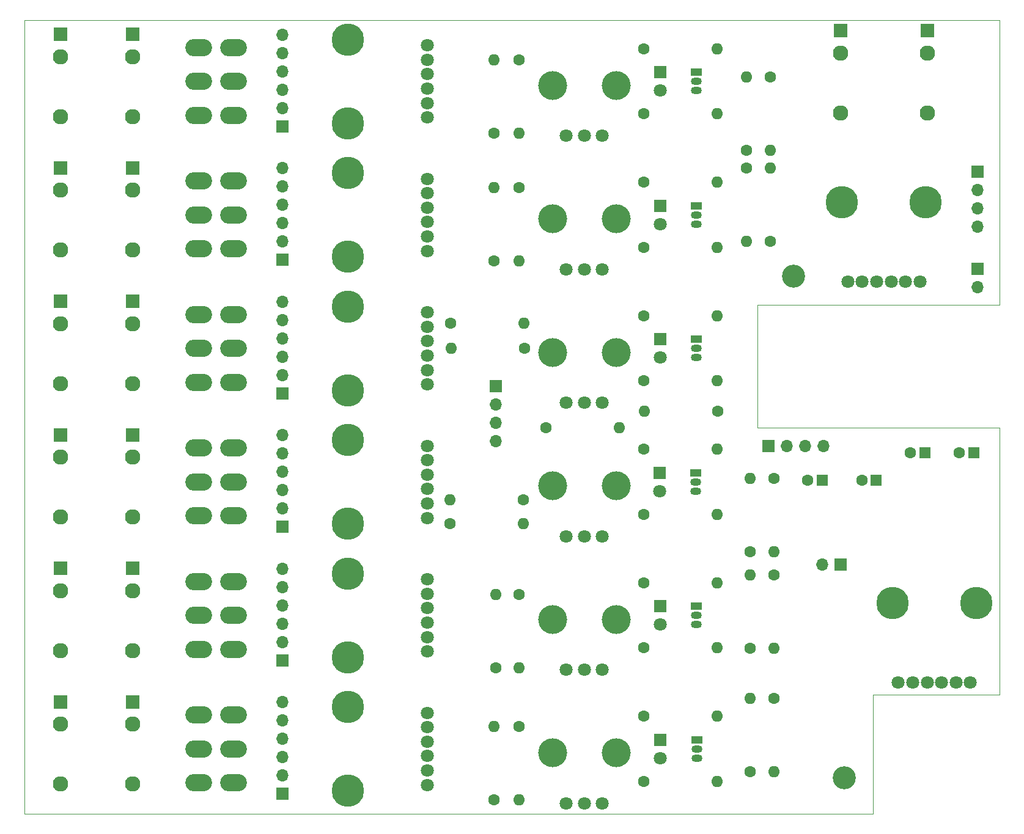
<source format=gts>
G04 #@! TF.GenerationSoftware,KiCad,Pcbnew,(6.0.1)*
G04 #@! TF.CreationDate,2022-09-12T17:23:34+02:00*
G04 #@! TF.ProjectId,Output-mixer,4f757470-7574-42d6-9d69-7865722e6b69,rev?*
G04 #@! TF.SameCoordinates,Original*
G04 #@! TF.FileFunction,Soldermask,Top*
G04 #@! TF.FilePolarity,Negative*
%FSLAX46Y46*%
G04 Gerber Fmt 4.6, Leading zero omitted, Abs format (unit mm)*
G04 Created by KiCad (PCBNEW (6.0.1)) date 2022-09-12 17:23:34*
%MOMM*%
%LPD*%
G01*
G04 APERTURE LIST*
G04 #@! TA.AperFunction,Profile*
%ADD10C,0.050000*%
G04 #@! TD*
G04 #@! TA.AperFunction,Profile*
%ADD11C,0.100000*%
G04 #@! TD*
%ADD12C,1.800000*%
%ADD13C,4.500000*%
%ADD14C,1.600000*%
%ADD15O,1.600000X1.600000*%
%ADD16R,1.930000X1.830000*%
%ADD17C,2.130000*%
%ADD18R,1.600000X1.600000*%
%ADD19O,3.700000X2.400000*%
%ADD20R,1.800000X1.800000*%
%ADD21C,4.000000*%
%ADD22C,3.200000*%
%ADD23R,1.500000X1.050000*%
%ADD24O,1.500000X1.050000*%
%ADD25R,1.700000X1.700000*%
%ADD26O,1.700000X1.700000*%
G04 APERTURE END LIST*
D10*
X152000000Y-31000000D02*
X152000000Y-70500000D01*
X17000000Y-31000000D02*
X17000000Y-141000000D01*
X17000000Y-31000000D02*
X152000000Y-31000000D01*
D11*
X118500000Y-87500000D02*
X118500000Y-70500000D01*
X152000000Y-87500000D02*
X118500000Y-87500000D01*
X152000000Y-87500000D02*
X152000000Y-124500000D01*
X118500000Y-70500000D02*
X152000000Y-70500000D01*
D10*
X17000000Y-141000000D02*
X134500000Y-141000000D01*
D11*
X152000000Y-124500000D02*
X134500000Y-124500000D01*
X134500000Y-124500000D02*
X134500000Y-141000000D01*
D12*
X72775000Y-98000000D03*
X72775000Y-100000000D03*
X72775000Y-90000000D03*
X72775000Y-96000000D03*
X72775000Y-94000000D03*
X72775000Y-92000000D03*
D13*
X61775000Y-100800000D03*
X61775000Y-89200000D03*
D14*
X120250000Y-38920000D03*
D15*
X120250000Y-49080000D03*
D14*
X117000000Y-51500000D03*
D15*
X117000000Y-61660000D03*
D16*
X32000000Y-107000000D03*
D17*
X32000000Y-118400000D03*
X32000000Y-110100000D03*
D18*
X134955113Y-94750000D03*
D14*
X132955113Y-94750000D03*
D19*
X41100000Y-71800000D03*
X41100000Y-76500000D03*
X41100000Y-81200000D03*
X45900000Y-71800000D03*
X45900000Y-76500000D03*
X45900000Y-81200000D03*
D20*
X105000000Y-56725000D03*
D12*
X105000000Y-59265000D03*
D14*
X76010000Y-73000000D03*
D15*
X86170000Y-73000000D03*
D14*
X102750000Y-136500000D03*
D15*
X112910000Y-136500000D03*
D14*
X102780000Y-62500000D03*
D15*
X112940000Y-62500000D03*
D21*
X98900000Y-95550000D03*
X90100000Y-95550000D03*
D12*
X97000000Y-102550000D03*
X94500000Y-102550000D03*
X92000000Y-102550000D03*
X133000000Y-67275000D03*
X131000000Y-67275000D03*
X141000000Y-67275000D03*
X135000000Y-67275000D03*
X137000000Y-67275000D03*
X139000000Y-67275000D03*
D13*
X130200000Y-56275000D03*
X141800000Y-56275000D03*
D18*
X127455112Y-94750000D03*
D14*
X125455112Y-94750000D03*
D21*
X98900000Y-77050000D03*
X90100000Y-77050000D03*
D12*
X97000000Y-84050000D03*
X94500000Y-84050000D03*
X92000000Y-84050000D03*
D14*
X85500000Y-128920000D03*
D15*
X85500000Y-139080000D03*
D22*
X130500000Y-136000000D03*
D14*
X82000000Y-64410000D03*
D15*
X82000000Y-54250000D03*
D16*
X32000000Y-51500000D03*
D17*
X32000000Y-62900000D03*
X32000000Y-54600000D03*
D14*
X102750000Y-127500000D03*
D15*
X112910000Y-127500000D03*
D16*
X22000000Y-107000000D03*
D17*
X22000000Y-118400000D03*
X22000000Y-110100000D03*
D16*
X22000000Y-33000000D03*
D17*
X22000000Y-44400000D03*
X22000000Y-36100000D03*
D19*
X41100000Y-108800000D03*
X41100000Y-113500000D03*
X41100000Y-118200000D03*
X45900000Y-108800000D03*
X45900000Y-113500000D03*
X45900000Y-118200000D03*
D16*
X32000000Y-125500000D03*
D17*
X32000000Y-136900000D03*
X32000000Y-128600000D03*
D14*
X120750000Y-125000000D03*
D15*
X120750000Y-135160000D03*
D23*
X110000000Y-38225000D03*
D24*
X110000000Y-39495000D03*
X110000000Y-40765000D03*
D23*
X109970000Y-93730000D03*
D24*
X109970000Y-95000000D03*
X109970000Y-96270000D03*
D14*
X102780000Y-43995000D03*
D15*
X112940000Y-43995000D03*
D16*
X22000000Y-70000000D03*
D17*
X22000000Y-81400000D03*
X22000000Y-73100000D03*
D14*
X120250000Y-61660000D03*
D15*
X120250000Y-51500000D03*
D20*
X105000000Y-130725000D03*
D12*
X105000000Y-133265000D03*
D14*
X102780000Y-118000000D03*
D15*
X112940000Y-118000000D03*
D19*
X41100000Y-34800000D03*
X41100000Y-39500000D03*
X41100000Y-44200000D03*
X45900000Y-34800000D03*
X45900000Y-39500000D03*
X45900000Y-44200000D03*
D14*
X102780000Y-109000000D03*
D15*
X112940000Y-109000000D03*
D20*
X105000000Y-112225000D03*
D12*
X105000000Y-114765000D03*
D14*
X117000000Y-49080000D03*
D15*
X117000000Y-38920000D03*
D14*
X102780000Y-81000000D03*
D15*
X112940000Y-81000000D03*
D16*
X22000000Y-51500000D03*
D17*
X22000000Y-62900000D03*
X22000000Y-54600000D03*
D18*
X148455113Y-91000000D03*
D14*
X146455113Y-91000000D03*
D16*
X22000000Y-88500000D03*
D17*
X22000000Y-99900000D03*
X22000000Y-91600000D03*
D14*
X102750000Y-53500000D03*
D15*
X112910000Y-53500000D03*
D16*
X142000000Y-32500000D03*
D17*
X142000000Y-43900000D03*
X142000000Y-35600000D03*
D12*
X140000000Y-122775000D03*
X138000000Y-122775000D03*
X148000000Y-122775000D03*
X142000000Y-122775000D03*
X144000000Y-122775000D03*
X146000000Y-122775000D03*
D13*
X137200000Y-111775000D03*
X148800000Y-111775000D03*
D12*
X72775000Y-135000000D03*
X72775000Y-137000000D03*
X72775000Y-127000000D03*
X72775000Y-133000000D03*
X72775000Y-131000000D03*
X72775000Y-129000000D03*
D13*
X61775000Y-137800000D03*
X61775000Y-126200000D03*
D14*
X102780000Y-72000000D03*
D15*
X112940000Y-72000000D03*
D14*
X112970000Y-85250000D03*
D15*
X102810000Y-85250000D03*
D16*
X32000000Y-70000000D03*
D17*
X32000000Y-81400000D03*
X32000000Y-73100000D03*
D14*
X89220000Y-87500000D03*
D15*
X99380000Y-87500000D03*
D12*
X72775000Y-61000000D03*
X72775000Y-63000000D03*
X72775000Y-53000000D03*
X72775000Y-59000000D03*
X72775000Y-57000000D03*
X72775000Y-55000000D03*
D13*
X61775000Y-63800000D03*
X61775000Y-52200000D03*
D16*
X32000000Y-33000000D03*
D17*
X32000000Y-44400000D03*
X32000000Y-36100000D03*
D14*
X120750000Y-94500000D03*
D15*
X120750000Y-104660000D03*
D14*
X85500000Y-110590000D03*
D15*
X85500000Y-120750000D03*
D21*
X98900000Y-114050000D03*
X90100000Y-114050000D03*
D12*
X97000000Y-121050000D03*
X94500000Y-121050000D03*
X92000000Y-121050000D03*
D14*
X120750000Y-107920000D03*
D15*
X120750000Y-118080000D03*
D12*
X72775000Y-42500000D03*
X72775000Y-44500000D03*
X72775000Y-34500000D03*
X72775000Y-40500000D03*
X72775000Y-38500000D03*
X72775000Y-36500000D03*
D13*
X61775000Y-45300000D03*
X61775000Y-33700000D03*
D12*
X72775000Y-79500000D03*
X72775000Y-81500000D03*
X72775000Y-71500000D03*
X72775000Y-77500000D03*
X72775000Y-75500000D03*
X72775000Y-73500000D03*
D13*
X61775000Y-82300000D03*
X61775000Y-70700000D03*
D14*
X82250000Y-120750000D03*
D15*
X82250000Y-110590000D03*
D18*
X141705113Y-91000000D03*
D14*
X139705113Y-91000000D03*
X117500000Y-118080000D03*
D15*
X117500000Y-107920000D03*
D14*
X82000000Y-139080000D03*
D15*
X82000000Y-128920000D03*
D16*
X32000000Y-88500000D03*
D17*
X32000000Y-99900000D03*
X32000000Y-91600000D03*
D21*
X90100000Y-58550000D03*
X98900000Y-58550000D03*
D12*
X97000000Y-65550000D03*
X94500000Y-65550000D03*
X92000000Y-65550000D03*
D14*
X86080000Y-97500000D03*
D15*
X75920000Y-97500000D03*
D14*
X86250000Y-76500000D03*
D15*
X76090000Y-76500000D03*
D22*
X123500000Y-66500000D03*
D23*
X110140000Y-130730000D03*
D24*
X110140000Y-132000000D03*
X110140000Y-133270000D03*
D14*
X82000000Y-46660000D03*
D15*
X82000000Y-36500000D03*
D20*
X105000000Y-75225000D03*
D12*
X105000000Y-77765000D03*
D16*
X22000000Y-125500000D03*
D17*
X22000000Y-136900000D03*
X22000000Y-128600000D03*
D19*
X41100000Y-90300000D03*
X41100000Y-95000000D03*
X41100000Y-99700000D03*
X45900000Y-90300000D03*
X45900000Y-95000000D03*
X45900000Y-99700000D03*
D20*
X105000000Y-38225000D03*
D12*
X105000000Y-40765000D03*
D19*
X41100000Y-53300000D03*
X41100000Y-58000000D03*
X41100000Y-62700000D03*
X45900000Y-53300000D03*
X45900000Y-58000000D03*
X45900000Y-62700000D03*
D14*
X102750000Y-99500000D03*
D15*
X112910000Y-99500000D03*
D19*
X41100000Y-127300000D03*
X41100000Y-132000000D03*
X41100000Y-136700000D03*
X45900000Y-127300000D03*
X45900000Y-132000000D03*
X45900000Y-136700000D03*
D14*
X85500000Y-54250000D03*
D15*
X85500000Y-64410000D03*
D14*
X102780000Y-34995000D03*
D15*
X112940000Y-34995000D03*
D12*
X72775000Y-116500000D03*
X72775000Y-118500000D03*
X72775000Y-108500000D03*
X72775000Y-114500000D03*
X72775000Y-112500000D03*
X72775000Y-110500000D03*
D13*
X61775000Y-119300000D03*
X61775000Y-107700000D03*
D14*
X117500000Y-104660000D03*
D15*
X117500000Y-94500000D03*
D23*
X110000000Y-75230000D03*
D24*
X110000000Y-76500000D03*
X110000000Y-77770000D03*
D21*
X90100000Y-40050000D03*
X98900000Y-40050000D03*
D12*
X97000000Y-47050000D03*
X94500000Y-47050000D03*
X92000000Y-47050000D03*
D14*
X85500000Y-36500000D03*
D15*
X85500000Y-46660000D03*
D16*
X130000000Y-32500000D03*
D17*
X130000000Y-43900000D03*
X130000000Y-35600000D03*
D21*
X90100000Y-132550000D03*
X98900000Y-132550000D03*
D12*
X97000000Y-139550000D03*
X94500000Y-139550000D03*
X92000000Y-139550000D03*
D14*
X75920000Y-100750000D03*
D15*
X86080000Y-100750000D03*
D14*
X117500000Y-135160000D03*
D15*
X117500000Y-125000000D03*
D14*
X102750000Y-90500000D03*
D15*
X112910000Y-90500000D03*
D23*
X110000000Y-56730000D03*
D24*
X110000000Y-58000000D03*
X110000000Y-59270000D03*
D23*
X110000000Y-112230000D03*
D24*
X110000000Y-113500000D03*
X110000000Y-114770000D03*
D20*
X104970000Y-93725000D03*
D12*
X104970000Y-96265000D03*
D25*
X149000000Y-65500000D03*
D26*
X149000000Y-68040000D03*
D25*
X52750000Y-119750000D03*
D26*
X52750000Y-117210000D03*
X52750000Y-114670000D03*
X52750000Y-112130000D03*
X52750000Y-109590000D03*
X52750000Y-107050000D03*
D25*
X52750000Y-138250000D03*
D26*
X52750000Y-135710000D03*
X52750000Y-133170000D03*
X52750000Y-130630000D03*
X52750000Y-128090000D03*
X52750000Y-125550000D03*
D25*
X149000000Y-52000000D03*
D26*
X149000000Y-54540000D03*
X149000000Y-57080000D03*
X149000000Y-59620000D03*
D25*
X120000000Y-90000000D03*
D26*
X122540000Y-90000000D03*
X125080000Y-90000000D03*
X127620000Y-90000000D03*
D25*
X52750000Y-45750000D03*
D26*
X52750000Y-43210000D03*
X52750000Y-40670000D03*
X52750000Y-38130000D03*
X52750000Y-35590000D03*
X52750000Y-33050000D03*
D25*
X52750000Y-64250000D03*
D26*
X52750000Y-61710000D03*
X52750000Y-59170000D03*
X52750000Y-56630000D03*
X52750000Y-54090000D03*
X52750000Y-51550000D03*
D25*
X82250000Y-81750000D03*
D26*
X82250000Y-84290000D03*
X82250000Y-86830000D03*
X82250000Y-89370000D03*
D25*
X52750000Y-101250000D03*
D26*
X52750000Y-98710000D03*
X52750000Y-96170000D03*
X52750000Y-93630000D03*
X52750000Y-91090000D03*
X52750000Y-88550000D03*
D25*
X130000000Y-106500000D03*
D26*
X127460000Y-106500000D03*
D25*
X52750000Y-82750000D03*
D26*
X52750000Y-80210000D03*
X52750000Y-77670000D03*
X52750000Y-75130000D03*
X52750000Y-72590000D03*
X52750000Y-70050000D03*
M02*

</source>
